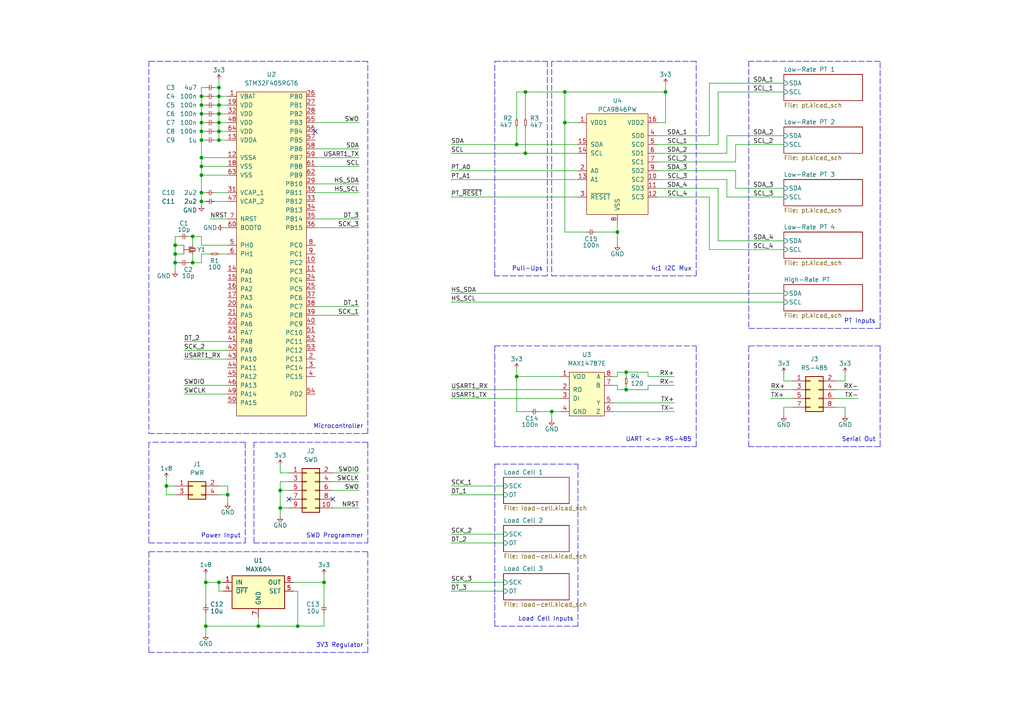
<source format=kicad_sch>
(kicad_sch (version 20211123) (generator eeschema)
  (paper "A4")
  (title_block (title "PROJECT ROYALE INSTRUMENTATION") (date "2021-11-26") (rev "2.1") (company "Cambridge University Spaceflight") (comment 1 "Drawn By Henry Franks"))
  (lib_symbols
    (symbol "cusf-kicad:GND" (power) (pin_numbers hide) (pin_names (offset 1.016) hide)
      (property "Value" "cusf-kicad_GND" (at 0 -2.54 0))
      (symbol "GND_0_1"
        (polyline (pts (xy 0 0) (xy 0 -0.762)))
        (polyline (pts (xy -0.762 -0.762) (xy 0.762 -0.762) (xy 0 -1.524) (xy -0.762 -0.762)) (fill (type background)))
      )
      (symbol "GND_1_1"
        (pin power_in line (at 0 0 180) (length 0) hide (name "GND") (number "1"))
      )
    )
    (symbol "royale:3v3" (power) (pin_numbers hide) (pin_names (offset 1.016) hide)
      (property "Value" "3v3" (at 0 2.286 0))
      (symbol "3v3_0_1"
        (polyline (pts (xy 0 1.27) (xy 0.508 0.508)))
        (polyline (pts (xy 0 0) (xy 0 1.27) (xy -0.508 0.508)))
      )
      (symbol "3v3_1_1"
        (pin power_in line (at 0 0 180) (length 0) hide (name "3v3") (number "1"))
      )
    )
    (symbol "royale:5v" (power) (pin_numbers hide) (pin_names (offset 1.016) hide)
      (property "Value" "5v" (at 0 2.286 0))
      (symbol "5v_0_1"
        (polyline (pts (xy 0 1.27) (xy 0.508 0.508)))
        (polyline (pts (xy 0 0) (xy 0 1.27) (xy -0.508 0.508)))
      )
      (symbol "5v_1_1"
        (pin power_in line (at 0 0 180) (length 0) hide (name "1v8") (number "1"))
      )
    )
    (symbol "royale:C" (pin_numbers hide) (pin_names (offset 1.016) hide)
      (property "Reference" "C" (at 1.27 1.778 0))
      (property "Value" "C" (at 1.27 -1.778 0))
      (symbol "C_0_1"
        (polyline (pts (xy 1.016 0.762) (xy 1.016 -0.762)))
        (polyline (pts (xy 1.524 0.762) (xy 1.524 -0.762)))
      )
      (symbol "C_1_1"
        (pin passive line (at 0 0 0) (length 1.016) (name "~") (number "1"))
        (pin passive line (at 2.54 0 180) (length 1.016) (name "~") (number "2"))
      )
    )
    (symbol "royale:Conn_02x02" (pin_names (offset 1.016) hide)
      (property "Reference" "J" (at 1.27 2.54 0))
      (property "Value" "Conn_02x02" (at 1.27 -5.08 0))
      (symbol "Conn_02x02_1_1"
        (rectangle (start -1.27 -2.413) (end 0 -2.667) (stroke (width 0.1524)))
        (rectangle (start -1.27 0.127) (end 0 -0.127) (stroke (width 0.1524)))
        (rectangle (start -1.27 1.27) (end 3.81 -3.81) (stroke (width 0.254)) (fill (type background)))
        (rectangle (start 3.81 -2.413) (end 2.54 -2.667) (stroke (width 0.1524)))
        (rectangle (start 3.81 0.127) (end 2.54 -0.127) (stroke (width 0.1524)))
        (pin passive line (at -5.08 0 0) (length 3.81) (name "Pin_1") (number "1"))
        (pin passive line (at 7.62 0 180) (length 3.81) (name "Pin_2") (number "2"))
        (pin passive line (at -5.08 -2.54 0) (length 3.81) (name "Pin_3") (number "3"))
        (pin passive line (at 7.62 -2.54 180) (length 3.81) (name "Pin_4") (number "4"))
      )
    )
    (symbol "royale:Conn_02x04" (pin_names (offset 1.016) hide)
      (property "Reference" "J" (at 1.27 5.08 0))
      (property "Value" "Conn_02x04" (at 1.27 -7.62 0))
      (symbol "Conn_02x04_1_1"
        (rectangle (start -1.27 -4.953) (end 0 -5.207) (stroke (width 0.1524)))
        (rectangle (start -1.27 -2.413) (end 0 -2.667) (stroke (width 0.1524)))
        (rectangle (start -1.27 0.127) (end 0 -0.127) (stroke (width 0.1524)))
        (rectangle (start -1.27 2.667) (end 0 2.413) (stroke (width 0.1524)))
        (rectangle (start -1.27 3.81) (end 3.81 -6.35) (stroke (width 0.254)) (fill (type background)))
        (rectangle (start 3.81 -4.953) (end 2.54 -5.207) (stroke (width 0.1524)))
        (rectangle (start 3.81 -2.413) (end 2.54 -2.667) (stroke (width 0.1524)))
        (rectangle (start 3.81 0.127) (end 2.54 -0.127) (stroke (width 0.1524)))
        (rectangle (start 3.81 2.667) (end 2.54 2.413) (stroke (width 0.1524)))
        (pin passive line (at -5.08 2.54 0) (length 3.81) (name "Pin_1") (number "1"))
        (pin passive line (at 7.62 2.54 180) (length 3.81) (name "Pin_2") (number "2"))
        (pin passive line (at -5.08 0 0) (length 3.81) (name "Pin_3") (number "3"))
        (pin passive line (at 7.62 0 180) (length 3.81) (name "Pin_4") (number "4"))
        (pin passive line (at -5.08 -2.54 0) (length 3.81) (name "Pin_5") (number "5"))
        (pin passive line (at 7.62 -2.54 180) (length 3.81) (name "Pin_6") (number "6"))
        (pin passive line (at -5.08 -5.08 0) (length 3.81) (name "Pin_7") (number "7"))
        (pin passive line (at 7.62 -5.08 180) (length 3.81) (name "Pin_8") (number "8"))
      )
    )
    (symbol "royale:Conn_02x05" (pin_names (offset 1.016) hide)
      (property "Reference" "J" (at 1.27 7.62 0))
      (property "Value" "Conn_02x05" (at 1.27 -7.62 0))
      (symbol "Conn_02x05_1_1"
        (rectangle (start -1.27 -4.953) (end 0 -5.207) (stroke (width 0.1524)))
        (rectangle (start -1.27 -2.413) (end 0 -2.667) (stroke (width 0.1524)))
        (rectangle (start -1.27 0.127) (end 0 -0.127) (stroke (width 0.1524)))
        (rectangle (start -1.27 2.667) (end 0 2.413) (stroke (width 0.1524)))
        (rectangle (start -1.27 5.207) (end 0 4.953) (stroke (width 0.1524)))
        (rectangle (start -1.27 6.35) (end 3.81 -6.35) (stroke (width 0.254)) (fill (type background)))
        (rectangle (start 3.81 -4.953) (end 2.54 -5.207) (stroke (width 0.1524)))
        (rectangle (start 3.81 -2.413) (end 2.54 -2.667) (stroke (width 0.1524)))
        (rectangle (start 3.81 0.127) (end 2.54 -0.127) (stroke (width 0.1524)))
        (rectangle (start 3.81 2.667) (end 2.54 2.413) (stroke (width 0.1524)))
        (rectangle (start 3.81 5.207) (end 2.54 4.953) (stroke (width 0.1524)))
        (pin passive line (at -5.08 5.08 0) (length 3.81) (name "Pin_1") (number "1"))
        (pin passive line (at 7.62 -5.08 180) (length 3.81) (name "Pin_10") (number "10"))
        (pin passive line (at 7.62 5.08 180) (length 3.81) (name "Pin_2") (number "2"))
        (pin passive line (at -5.08 2.54 0) (length 3.81) (name "Pin_3") (number "3"))
        (pin passive line (at 7.62 2.54 180) (length 3.81) (name "Pin_4") (number "4"))
        (pin passive line (at -5.08 0 0) (length 3.81) (name "Pin_5") (number "5"))
        (pin passive line (at 7.62 0 180) (length 3.81) (name "Pin_6") (number "6"))
        (pin passive line (at -5.08 -2.54 0) (length 3.81) (name "Pin_7") (number "7"))
        (pin passive line (at 7.62 -2.54 180) (length 3.81) (name "Pin_8") (number "8"))
        (pin passive line (at -5.08 -5.08 0) (length 3.81) (name "Pin_9") (number "9"))
      )
    )
    (symbol "royale:GND" (power) (pin_numbers hide) (pin_names (offset 1.016) hide)
      (property "Value" "GND" (at 0 -2.54 0))
      (symbol "GND_0_1"
        (polyline (pts (xy 0 0) (xy 0 -0.762)))
        (polyline (pts (xy -0.762 -0.762) (xy 0.762 -0.762) (xy 0 -1.524) (xy -0.762 -0.762)) (fill (type background)))
      )
      (symbol "GND_1_1"
        (pin power_in line (at 0 0 180) (length 0) hide (name "GND") (number "1"))
      )
    )
    (symbol "royale:MAX14787E" (pin_names (offset 1.016))
      (property "Reference" "U" (at -5.08 7.62 0))
      (property "Value" "MAX14787E" (at -5.08 -7.62 0))
      (symbol "MAX14787E_0_0"
        (pin power_in line (at -7.62 5.08 0) (length 2.54) (name "VDD") (number "1"))
        (pin output line (at -7.62 1.27 0) (length 2.54) (name "RO") (number "2"))
        (pin input line (at -7.62 -1.27 0) (length 2.54) (name "DI") (number "3"))
        (pin power_in line (at -7.62 -5.08 0) (length 2.54) (name "GND") (number "4"))
        (pin output line (at 7.62 -2.54 180) (length 2.54) (name "Y") (number "5"))
        (pin output line (at 7.62 -5.08 180) (length 2.54) (name "Z") (number "6"))
        (pin input line (at 7.62 2.54 180) (length 2.54) (name "B") (number "7"))
        (pin input line (at 7.62 5.08 180) (length 2.54) (name "A") (number "8"))
      )
      (symbol "MAX14787E_0_1"
        (rectangle (start -5.08 6.35) (end 5.08 -6.35) (fill (type background)))
      )
    )
    (symbol "royale:MAX604" (pin_names (offset 1.016))
      (property "Reference" "U" (at -6.35 5.715 0))
      (property "Value" "MAX604" (at 0 5.715 0))
      (symbol "MAX604_0_1"
        (rectangle (start -7.62 4.445) (end 7.62 -5.08) (stroke (width 0.254)) (fill (type background)))
      )
      (symbol "MAX604_1_1"
        (pin power_in line (at -10.16 2.54 0) (length 2.54) (name "IN") (number "1"))
        (pin passive line (at 0 -7.62 90) (length 2.54) hide (name "GND") (number "2"))
        (pin passive line (at 0 -7.62 90) (length 2.54) hide (name "GND") (number "3"))
        (pin input line (at -10.16 0 0) (length 2.54) (name "~{OFF}") (number "4"))
        (pin passive line (at 10.16 0 180) (length 2.54) (name "SET") (number "5"))
        (pin passive line (at 0 -7.62 90) (length 2.54) hide (name "GND") (number "6"))
        (pin power_in line (at 0 -7.62 90) (length 2.54) (name "GND") (number "7"))
        (pin power_out line (at 10.16 2.54 180) (length 2.54) (name "OUT") (number "8"))
      )
    )
    (symbol "royale:PCA9846PW" (pin_names (offset 1.016))
      (property "Reference" "U" (at 0 19.05 0))
      (property "Value" "PCA9846PW" (at 0 16.51 0))
      (symbol "PCA9846PW_0_0"
        (pin power_in line (at -11.43 12.7 0) (length 2.54) (name "VDD1") (number "1"))
        (pin output line (at 11.43 -3.81 180) (length 2.54) (name "SC2") (number "10"))
        (pin bidirectional line (at 11.43 -6.35 180) (length 2.54) (name "SD3") (number "11"))
        (pin output line (at 11.43 -8.89 180) (length 2.54) (name "SC3") (number "12"))
        (pin input line (at -11.43 -3.81 0) (length 2.54) (name "A1") (number "13"))
        (pin input line (at -11.43 3.81 0) (length 2.54) (name "SCL") (number "14"))
        (pin bidirectional line (at -11.43 6.35 0) (length 2.54) (name "SDA") (number "15"))
        (pin power_in line (at 11.43 12.7 180) (length 2.54) (name "VDD2") (number "16"))
        (pin input line (at -11.43 -1.27 0) (length 2.54) (name "A0") (number "2"))
        (pin input line (at -11.43 -8.89 0) (length 2.54) (name "~{RESET}") (number "3"))
        (pin bidirectional line (at 11.43 8.89 180) (length 2.54) (name "SD0") (number "4"))
        (pin output line (at 11.43 6.35 180) (length 2.54) (name "SC0") (number "5"))
        (pin bidirectional line (at 11.43 3.81 180) (length 2.54) (name "SD1") (number "6"))
        (pin output line (at 11.43 1.27 180) (length 2.54) (name "SC1") (number "7"))
        (pin power_in line (at 0 -16.51 90) (length 2.54) (name "VSS") (number "8"))
        (pin bidirectional line (at 11.43 -1.27 180) (length 2.54) (name "SD2") (number "9"))
      )
      (symbol "PCA9846PW_0_1"
        (rectangle (start -8.89 15.24) (end 8.89 -13.97) (fill (type background)))
      )
    )
    (symbol "royale:R" (pin_numbers hide) (pin_names (offset 1.016) hide)
      (property "Reference" "R" (at 1.27 1.27 0))
      (property "Value" "R" (at 1.27 -1.27 0))
      (symbol "R_0_1"
        (rectangle (start 0.508 0.254) (end 2.032 -0.254) (fill (type background)))
      )
      (symbol "R_1_1"
        (pin passive line (at 0 0 0) (length 0.508) (name "~") (number "1"))
        (pin passive line (at 2.54 0 180) (length 0.508) (name "~") (number "2"))
      )
    )
    (symbol "royale:SMD_XTAL" (pin_numbers hide) (pin_names (offset 1.016) hide)
      (property "Reference" "Y" (at 1.27 1.778 0))
      (property "Value" "SMD_XTAL" (at 1.27 -3.81 0))
      (symbol "SMD_XTAL_0_1"
        (polyline (pts (xy 0.762 0.762) (xy 0.762 -0.762)))
        (polyline (pts (xy 1.27 -1.016) (xy 1.27 -2.54)))
        (polyline (pts (xy 1.778 -0.762) (xy 1.778 0.762)))
        (polyline (pts (xy 0.508 -0.254) (xy 0.508 -1.016) (xy 2.032 -1.016) (xy 2.032 -0.254)))
        (rectangle (start 1.016 0.762) (end 1.524 -0.762) (fill (type background)))
      )
      (symbol "SMD_XTAL_1_1"
        (pin passive line (at 0 0 0) (length 0.762) (name "1") (number "1"))
        (pin passive line (at 0 -2.54 0) (length 1.27) (name "2") (number "2"))
        (pin passive line (at 2.54 0 180) (length 0.762) (name "3") (number "3"))
        (pin passive line (at 2.54 -2.54 180) (length 1.27) (name "4") (number "4"))
      )
    )
    (symbol "royale:STM32F405RGT6" (pin_names (offset 1.016))
      (property "Reference" "U" (at -10.16 48.26 0))
      (property "Value" "STM32F405RGT6" (at -10.16 -48.26 0))
      (symbol "STM32F405RGT6_0_0"
        (pin power_in line (at -12.7 45.72 0) (length 2.54) (name "VBAT") (number "1"))
        (pin bidirectional line (at 12.7 -2.54 180) (length 2.54) (name "PC2") (number "10"))
        (pin bidirectional line (at 12.7 -5.08 180) (length 2.54) (name "PC3") (number "11"))
        (pin power_in line (at -12.7 27.94 0) (length 2.54) (name "VSSA") (number "12"))
        (pin power_in line (at -12.7 33.02 0) (length 2.54) (name "VDDA") (number "13"))
        (pin bidirectional line (at -12.7 -5.08 0) (length 2.54) (name "PA0") (number "14"))
        (pin bidirectional line (at -12.7 -7.62 0) (length 2.54) (name "PA1") (number "15"))
        (pin bidirectional line (at -12.7 -10.16 0) (length 2.54) (name "PA2") (number "16"))
        (pin bidirectional line (at -12.7 -12.7 0) (length 2.54) (name "PA3") (number "17"))
        (pin power_in line (at -12.7 25.4 0) (length 2.54) (name "VSS") (number "18"))
        (pin power_in line (at -12.7 43.18 0) (length 2.54) (name "VDD") (number "19"))
        (pin bidirectional line (at 12.7 -30.48 180) (length 2.54) (name "PC13") (number "2"))
        (pin bidirectional line (at -12.7 -15.24 0) (length 2.54) (name "PA4") (number "20"))
        (pin bidirectional line (at -12.7 -17.78 0) (length 2.54) (name "PA5") (number "21"))
        (pin bidirectional line (at -12.7 -20.32 0) (length 2.54) (name "PA6") (number "22"))
        (pin bidirectional line (at -12.7 -22.86 0) (length 2.54) (name "PA7") (number "23"))
        (pin bidirectional line (at 12.7 -7.62 180) (length 2.54) (name "PC4") (number "24"))
        (pin bidirectional line (at 12.7 -10.16 180) (length 2.54) (name "PC5") (number "25"))
        (pin bidirectional line (at 12.7 45.72 180) (length 2.54) (name "PB0") (number "26"))
        (pin bidirectional line (at 12.7 43.18 180) (length 2.54) (name "PB1") (number "27"))
        (pin bidirectional line (at 12.7 40.64 180) (length 2.54) (name "PB2") (number "28"))
        (pin bidirectional line (at 12.7 20.32 180) (length 2.54) (name "PB10") (number "29"))
        (pin bidirectional line (at 12.7 -33.02 180) (length 2.54) (name "PC14") (number "3"))
        (pin bidirectional line (at 12.7 17.78 180) (length 2.54) (name "PB11") (number "30"))
        (pin passive line (at -12.7 17.78 0) (length 2.54) (name "VCAP_1") (number "31"))
        (pin power_in line (at -12.7 40.64 0) (length 2.54) (name "VDD") (number "32"))
        (pin bidirectional line (at 12.7 15.24 180) (length 2.54) (name "PB12") (number "33"))
        (pin bidirectional line (at 12.7 12.7 180) (length 2.54) (name "PB13") (number "34"))
        (pin bidirectional line (at 12.7 10.16 180) (length 2.54) (name "PB14") (number "35"))
        (pin bidirectional line (at 12.7 7.62 180) (length 2.54) (name "PB15") (number "36"))
        (pin bidirectional line (at 12.7 -12.7 180) (length 2.54) (name "PC6") (number "37"))
        (pin bidirectional line (at 12.7 -15.24 180) (length 2.54) (name "PC7") (number "38"))
        (pin bidirectional line (at 12.7 -17.78 180) (length 2.54) (name "PC8") (number "39"))
        (pin bidirectional line (at 12.7 -35.56 180) (length 2.54) (name "PC15") (number "4"))
        (pin bidirectional line (at 12.7 -20.32 180) (length 2.54) (name "PC9") (number "40"))
        (pin bidirectional line (at -12.7 -25.4 0) (length 2.54) (name "PA8") (number "41"))
        (pin bidirectional line (at -12.7 -27.94 0) (length 2.54) (name "PA9") (number "42"))
        (pin bidirectional line (at -12.7 -30.48 0) (length 2.54) (name "PA10") (number "43"))
        (pin bidirectional line (at -12.7 -33.02 0) (length 2.54) (name "PA11") (number "44"))
        (pin bidirectional line (at -12.7 -35.56 0) (length 2.54) (name "PA12") (number "45"))
        (pin bidirectional line (at -12.7 -38.1 0) (length 2.54) (name "PA13") (number "46"))
        (pin passive line (at -12.7 15.24 0) (length 2.54) (name "VCAP_2") (number "47"))
        (pin power_in line (at -12.7 38.1 0) (length 2.54) (name "VDD") (number "48"))
        (pin bidirectional line (at -12.7 -40.64 0) (length 2.54) (name "PA14") (number "49"))
        (pin bidirectional line (at -12.7 2.54 0) (length 2.54) (name "PH0") (number "5"))
        (pin bidirectional line (at -12.7 -43.18 0) (length 2.54) (name "PA15") (number "50"))
        (pin bidirectional line (at 12.7 -22.86 180) (length 2.54) (name "PC10") (number "51"))
        (pin bidirectional line (at 12.7 -25.4 180) (length 2.54) (name "PC11") (number "52"))
        (pin bidirectional line (at 12.7 -27.94 180) (length 2.54) (name "PC12") (number "53"))
        (pin bidirectional line (at 12.7 -40.64 180) (length 2.54) (name "PD2") (number "54"))
        (pin bidirectional line (at 12.7 38.1 180) (length 2.54) (name "PB3") (number "55"))
        (pin bidirectional line (at 12.7 35.56 180) (length 2.54) (name "PB4") (number "56"))
        (pin bidirectional line (at 12.7 33.02 180) (length 2.54) (name "PB5") (number "57"))
        (pin bidirectional line (at 12.7 30.48 180) (length 2.54) (name "PB6") (number "58"))
        (pin bidirectional line (at 12.7 27.94 180) (length 2.54) (name "PB7") (number "59"))
        (pin bidirectional line (at -12.7 0 0) (length 2.54) (name "PH1") (number "6"))
        (pin input line (at -12.7 7.62 0) (length 2.54) (name "BOOT0") (number "60"))
        (pin bidirectional line (at 12.7 25.4 180) (length 2.54) (name "PB8") (number "61"))
        (pin bidirectional line (at 12.7 22.86 180) (length 2.54) (name "PB9") (number "62"))
        (pin power_in line (at -12.7 22.86 0) (length 2.54) (name "VSS") (number "63"))
        (pin power_in line (at -12.7 35.56 0) (length 2.54) (name "VDD") (number "64"))
        (pin input line (at -12.7 10.16 0) (length 2.54) (name "NRST") (number "7"))
        (pin bidirectional line (at 12.7 2.54 180) (length 2.54) (name "PC0") (number "8"))
        (pin bidirectional line (at 12.7 0 180) (length 2.54) (name "PC1") (number "9"))
      )
      (symbol "STM32F405RGT6_0_1"
        (rectangle (start -10.16 46.99) (end 10.16 -46.99) (fill (type background)))
      )
    )
  )
  (junction (at 58.42 30.48))
  (junction (at 58.42 58.42))
  (junction (at 48.26 140.97))
  (junction (at 63.5 33.02))
  (junction (at 181.61 107.95))
  (junction (at 86.36 181.61))
  (junction (at 63.5 168.91))
  (junction (at 58.42 50.8))
  (junction (at 179.07 67.31))
  (junction (at 63.5 40.64))
  (junction (at 193.04 26.67))
  (junction (at 58.42 27.94))
  (junction (at 152.4 26.67))
  (junction (at 163.83 35.56))
  (junction (at 50.8 71.12))
  (junction (at 50.8 76.2))
  (junction (at 74.93 181.61))
  (junction (at 58.42 35.56))
  (junction (at 59.69 168.91))
  (junction (at 152.4 44.45))
  (junction (at 58.42 38.1))
  (junction (at 58.42 48.26))
  (junction (at 58.42 40.64))
  (junction (at 58.42 55.88))
  (junction (at 160.02 119.38))
  (junction (at 58.42 45.72))
  (junction (at 55.88 68.58))
  (junction (at 81.28 147.32))
  (junction (at 50.8 73.66))
  (junction (at 55.88 76.2))
  (junction (at 163.83 26.67))
  (junction (at 149.86 41.91))
  (junction (at 93.98 168.91))
  (junction (at 63.5 27.94))
  (junction (at 181.61 113.03))
  (junction (at 81.28 142.24))
  (junction (at 63.5 35.56))
  (junction (at 63.5 38.1))
  (junction (at 58.42 33.02))
  (junction (at 66.04 143.51))
  (junction (at 59.69 181.61))
  (junction (at 63.5 25.4))
  (junction (at 63.5 30.48))
  (junction (at 149.86 109.22))
  (no_connect (at 96.52 144.78))
  (no_connect (at 91.44 38.1))
  (no_connect (at 83.82 144.78))
  (wire (pts (xy 86.36 171.45) (xy 86.36 181.61)))
  (polyline (pts (xy 255.27 95.25) (xy 255.27 17.78)))
  (wire (pts (xy 187.96 113.03) (xy 187.96 111.76)))
  (wire (pts (xy 58.42 27.94) (xy 58.42 30.48)))
  (wire (pts (xy 74.93 179.07) (xy 74.93 181.61)))
  (wire (pts (xy 162.56 115.57) (xy 130.81 115.57)))
  (wire (pts (xy 63.5 25.4) (xy 63.5 27.94)))
  (wire (pts (xy 62.23 33.02) (xy 63.5 33.02)))
  (wire (pts (xy 156.21 119.38) (xy 160.02 119.38)))
  (wire (pts (xy 58.42 40.64) (xy 58.42 45.72)))
  (polyline (pts (xy 43.18 17.78) (xy 43.18 125.73)))
  (wire (pts (xy 91.44 66.04) (xy 104.14 66.04)))
  (wire (pts (xy 187.96 111.76) (xy 195.58 111.76)))
  (polyline (pts (xy 255.27 17.78) (xy 217.17 17.78)))
  (wire (pts (xy 63.5 33.02) (xy 66.04 33.02)))
  (wire (pts (xy 52.07 68.58) (xy 50.8 68.58)))
  (wire (pts (xy 181.61 113.03) (xy 181.61 111.76)))
  (wire (pts (xy 93.98 175.26) (xy 93.98 168.91)))
  (wire (pts (xy 208.28 26.67) (xy 208.28 41.91)))
  (wire (pts (xy 63.5 38.1) (xy 63.5 40.64)))
  (wire (pts (xy 149.86 109.22) (xy 149.86 119.38)))
  (wire (pts (xy 193.04 35.56) (xy 193.04 26.67)))
  (wire (pts (xy 59.69 181.61) (xy 59.69 184.15)))
  (wire (pts (xy 213.36 41.91) (xy 227.33 41.91)))
  (wire (pts (xy 242.57 113.03) (xy 248.92 113.03)))
  (wire (pts (xy 205.74 24.13) (xy 205.74 39.37)))
  (wire (pts (xy 58.42 55.88) (xy 58.42 58.42)))
  (wire (pts (xy 205.74 24.13) (xy 227.33 24.13)))
  (wire (pts (xy 181.61 113.03) (xy 187.96 113.03)))
  (polyline (pts (xy 71.12 157.48) (xy 71.12 128.27)))
  (polyline (pts (xy 43.18 160.02) (xy 43.18 189.23)))
  (wire (pts (xy 63.5 38.1) (xy 66.04 38.1)))
  (wire (pts (xy 210.82 39.37) (xy 227.33 39.37)))
  (wire (pts (xy 74.93 181.61) (xy 59.69 181.61)))
  (wire (pts (xy 50.8 68.58) (xy 50.8 71.12)))
  (wire (pts (xy 48.26 143.51) (xy 50.8 143.51)))
  (wire (pts (xy 96.52 142.24) (xy 104.14 142.24)))
  (wire (pts (xy 177.8 116.84) (xy 195.58 116.84)))
  (wire (pts (xy 190.5 54.61) (xy 208.28 54.61)))
  (wire (pts (xy 149.86 36.83) (xy 149.86 41.91)))
  (wire (pts (xy 245.11 118.11) (xy 245.11 120.65)))
  (wire (pts (xy 50.8 73.66) (xy 50.8 76.2)))
  (wire (pts (xy 50.8 140.97) (xy 48.26 140.97)))
  (wire (pts (xy 58.42 38.1) (xy 58.42 40.64)))
  (wire (pts (xy 62.23 35.56) (xy 63.5 35.56)))
  (polyline (pts (xy 73.66 157.48) (xy 106.68 157.48)))
  (wire (pts (xy 179.07 109.22) (xy 177.8 109.22)))
  (wire (pts (xy 66.04 99.06) (xy 53.34 99.06)))
  (wire (pts (xy 59.69 33.02) (xy 58.42 33.02)))
  (wire (pts (xy 229.87 118.11) (xy 227.33 118.11)))
  (polyline (pts (xy 43.18 157.48) (xy 71.12 157.48)))
  (wire (pts (xy 208.28 69.85) (xy 227.33 69.85)))
  (wire (pts (xy 213.36 54.61) (xy 213.36 49.53)))
  (polyline (pts (xy 143.51 80.01) (xy 143.51 17.78)))
  (wire (pts (xy 58.42 76.2) (xy 55.88 76.2)))
  (wire (pts (xy 162.56 113.03) (xy 130.81 113.03)))
  (wire (pts (xy 59.69 181.61) (xy 59.69 177.8)))
  (polyline (pts (xy 106.68 17.78) (xy 43.18 17.78)))
  (wire (pts (xy 64.77 66.04) (xy 66.04 66.04)))
  (wire (pts (xy 190.5 52.07) (xy 210.82 52.07)))
  (polyline (pts (xy 106.68 157.48) (xy 106.68 128.27)))
  (wire (pts (xy 190.5 39.37) (xy 205.74 39.37)))
  (wire (pts (xy 190.5 41.91) (xy 208.28 41.91)))
  (wire (pts (xy 59.69 168.91) (xy 59.69 166.37)))
  (wire (pts (xy 149.86 119.38) (xy 153.67 119.38)))
  (wire (pts (xy 152.4 26.67) (xy 163.83 26.67)))
  (wire (pts (xy 66.04 101.6) (xy 53.34 101.6)))
  (wire (pts (xy 58.42 59.69) (xy 58.42 58.42)))
  (wire (pts (xy 83.82 137.16) (xy 81.28 137.16)))
  (wire (pts (xy 181.61 109.22) (xy 181.61 107.95)))
  (polyline (pts (xy 201.93 80.01) (xy 201.93 17.78)))
  (wire (pts (xy 152.4 36.83) (xy 152.4 44.45)))
  (wire (pts (xy 64.77 168.91) (xy 63.5 168.91)))
  (wire (pts (xy 167.64 35.56) (xy 163.83 35.56)))
  (wire (pts (xy 60.96 73.66) (xy 58.42 73.66)))
  (wire (pts (xy 83.82 142.24) (xy 81.28 142.24)))
  (wire (pts (xy 167.64 41.91) (xy 149.86 41.91)))
  (wire (pts (xy 62.23 27.94) (xy 63.5 27.94)))
  (wire (pts (xy 62.23 38.1) (xy 63.5 38.1)))
  (polyline (pts (xy 143.51 181.61) (xy 143.51 134.62)))
  (wire (pts (xy 66.04 114.3) (xy 53.34 114.3)))
  (wire (pts (xy 229.87 113.03) (xy 223.52 113.03)))
  (wire (pts (xy 96.52 147.32) (xy 104.14 147.32)))
  (wire (pts (xy 146.05 143.51) (xy 130.81 143.51)))
  (wire (pts (xy 179.07 113.03) (xy 181.61 113.03)))
  (wire (pts (xy 63.5 30.48) (xy 63.5 33.02)))
  (wire (pts (xy 63.5 73.66) (xy 66.04 73.66)))
  (wire (pts (xy 210.82 57.15) (xy 227.33 57.15)))
  (polyline (pts (xy 106.68 160.02) (xy 43.18 160.02)))
  (polyline (pts (xy 255.27 100.33) (xy 255.27 129.54)))
  (polyline (pts (xy 217.17 17.78) (xy 217.17 95.25)))
  (wire (pts (xy 85.09 171.45) (xy 86.36 171.45)))
  (wire (pts (xy 93.98 168.91) (xy 85.09 168.91)))
  (polyline (pts (xy 143.51 100.33) (xy 143.51 129.54)))
  (wire (pts (xy 227.33 87.63) (xy 130.81 87.63)))
  (wire (pts (xy 167.64 49.53) (xy 130.81 49.53)))
  (wire (pts (xy 227.33 110.49) (xy 227.33 107.95)))
  (wire (pts (xy 62.23 30.48) (xy 63.5 30.48)))
  (wire (pts (xy 66.04 48.26) (xy 58.42 48.26)))
  (wire (pts (xy 163.83 26.67) (xy 193.04 26.67)))
  (wire (pts (xy 58.42 33.02) (xy 58.42 35.56)))
  (polyline (pts (xy 143.51 17.78) (xy 158.75 17.78)))
  (wire (pts (xy 66.04 45.72) (xy 58.42 45.72)))
  (wire (pts (xy 81.28 142.24) (xy 81.28 147.32)))
  (wire (pts (xy 190.5 46.99) (xy 213.36 46.99)))
  (wire (pts (xy 48.26 140.97) (xy 48.26 138.43)))
  (polyline (pts (xy 106.68 128.27) (xy 73.66 128.27)))
  (wire (pts (xy 181.61 107.95) (xy 187.96 107.95)))
  (wire (pts (xy 55.88 68.58) (xy 55.88 71.12)))
  (wire (pts (xy 208.28 69.85) (xy 208.28 54.61)))
  (wire (pts (xy 91.44 48.26) (xy 104.14 48.26)))
  (wire (pts (xy 152.4 44.45) (xy 130.81 44.45)))
  (wire (pts (xy 93.98 181.61) (xy 93.98 177.8)))
  (wire (pts (xy 62.23 55.88) (xy 66.04 55.88)))
  (polyline (pts (xy 160.02 17.78) (xy 160.02 80.01)))
  (wire (pts (xy 59.69 35.56) (xy 58.42 35.56)))
  (wire (pts (xy 163.83 35.56) (xy 163.83 67.31)))
  (wire (pts (xy 91.44 35.56) (xy 104.14 35.56)))
  (polyline (pts (xy 217.17 95.25) (xy 255.27 95.25)))
  (wire (pts (xy 63.5 35.56) (xy 63.5 38.1)))
  (wire (pts (xy 91.44 88.9) (xy 104.14 88.9)))
  (wire (pts (xy 91.44 91.44) (xy 104.14 91.44)))
  (polyline (pts (xy 143.51 134.62) (xy 167.64 134.62)))
  (polyline (pts (xy 43.18 128.27) (xy 43.18 157.48)))
  (wire (pts (xy 242.57 110.49) (xy 245.11 110.49)))
  (wire (pts (xy 63.5 143.51) (xy 66.04 143.51)))
  (wire (pts (xy 91.44 53.34) (xy 104.14 53.34)))
  (wire (pts (xy 66.04 140.97) (xy 66.04 143.51)))
  (wire (pts (xy 83.82 147.32) (xy 81.28 147.32)))
  (wire (pts (xy 179.07 67.31) (xy 172.72 67.31)))
  (wire (pts (xy 242.57 118.11) (xy 245.11 118.11)))
  (wire (pts (xy 187.96 107.95) (xy 187.96 109.22)))
  (wire (pts (xy 66.04 104.14) (xy 53.34 104.14)))
  (wire (pts (xy 58.42 25.4) (xy 58.42 27.94)))
  (wire (pts (xy 96.52 137.16) (xy 104.14 137.16)))
  (wire (pts (xy 58.42 71.12) (xy 66.04 71.12)))
  (wire (pts (xy 55.88 68.58) (xy 58.42 68.58)))
  (wire (pts (xy 86.36 181.61) (xy 93.98 181.61)))
  (wire (pts (xy 229.87 115.57) (xy 223.52 115.57)))
  (wire (pts (xy 63.5 40.64) (xy 66.04 40.64)))
  (wire (pts (xy 83.82 139.7) (xy 81.28 139.7)))
  (polyline (pts (xy 167.64 134.62) (xy 167.64 181.61)))
  (wire (pts (xy 179.07 107.95) (xy 179.07 109.22)))
  (wire (pts (xy 66.04 58.42) (xy 62.23 58.42)))
  (wire (pts (xy 179.07 64.77) (xy 179.07 67.31)))
  (wire (pts (xy 59.69 30.48) (xy 58.42 30.48)))
  (wire (pts (xy 81.28 139.7) (xy 81.28 142.24)))
  (wire (pts (xy 59.69 27.94) (xy 58.42 27.94)))
  (wire (pts (xy 59.69 168.91) (xy 63.5 168.91)))
  (wire (pts (xy 63.5 27.94) (xy 66.04 27.94)))
  (wire (pts (xy 162.56 119.38) (xy 160.02 119.38)))
  (wire (pts (xy 213.36 41.91) (xy 213.36 46.99)))
  (wire (pts (xy 130.81 52.07) (xy 167.64 52.07)))
  (wire (pts (xy 179.07 111.76) (xy 179.07 113.03)))
  (polyline (pts (xy 201.93 17.78) (xy 160.02 17.78)))
  (wire (pts (xy 190.5 35.56) (xy 193.04 35.56)))
  (wire (pts (xy 63.5 33.02) (xy 63.5 35.56)))
  (wire (pts (xy 58.42 58.42) (xy 59.69 58.42)))
  (wire (pts (xy 91.44 63.5) (xy 104.14 63.5)))
  (polyline (pts (xy 158.75 17.78) (xy 158.75 80.01)))
  (polyline (pts (xy 106.68 189.23) (xy 106.68 160.02)))
  (wire (pts (xy 52.07 76.2) (xy 50.8 76.2)))
  (wire (pts (xy 149.86 26.67) (xy 152.4 26.67)))
  (wire (pts (xy 59.69 40.64) (xy 58.42 40.64)))
  (wire (pts (xy 91.44 43.18) (xy 104.14 43.18)))
  (wire (pts (xy 63.5 30.48) (xy 66.04 30.48)))
  (polyline (pts (xy 71.12 128.27) (xy 43.18 128.27)))
  (wire (pts (xy 190.5 49.53) (xy 213.36 49.53)))
  (wire (pts (xy 63.5 140.97) (xy 66.04 140.97)))
  (wire (pts (xy 62.23 25.4) (xy 63.5 25.4)))
  (wire (pts (xy 245.11 110.49) (xy 245.11 107.95)))
  (wire (pts (xy 146.05 154.94) (xy 130.81 154.94)))
  (wire (pts (xy 81.28 137.16) (xy 81.28 134.62)))
  (wire (pts (xy 146.05 168.91) (xy 130.81 168.91)))
  (polyline (pts (xy 43.18 189.23) (xy 106.68 189.23)))
  (wire (pts (xy 149.86 109.22) (xy 149.86 106.68)))
  (wire (pts (xy 74.93 181.61) (xy 86.36 181.61)))
  (wire (pts (xy 179.07 67.31) (xy 179.07 71.12)))
  (wire (pts (xy 60.96 63.5) (xy 66.04 63.5)))
  (wire (pts (xy 62.23 40.64) (xy 63.5 40.64)))
  (wire (pts (xy 59.69 38.1) (xy 58.42 38.1)))
  (polyline (pts (xy 255.27 129.54) (xy 217.17 129.54)))
  (wire (pts (xy 59.69 175.26) (xy 59.69 168.91)))
  (wire (pts (xy 208.28 26.67) (xy 227.33 26.67)))
  (wire (pts (xy 227.33 85.09) (xy 130.81 85.09)))
  (wire (pts (xy 50.8 78.74) (xy 50.8 76.2)))
  (wire (pts (xy 152.4 34.29) (xy 152.4 26.67)))
  (wire (pts (xy 187.96 109.22) (xy 195.58 109.22)))
  (wire (pts (xy 59.69 25.4) (xy 58.42 25.4)))
  (wire (pts (xy 64.77 171.45) (xy 63.5 171.45)))
  (wire (pts (xy 167.64 57.15) (xy 130.81 57.15)))
  (wire (pts (xy 177.8 111.76) (xy 179.07 111.76)))
  (wire (pts (xy 210.82 44.45) (xy 210.82 39.37)))
  (wire (pts (xy 146.05 140.97) (xy 130.81 140.97)))
  (wire (pts (xy 149.86 41.91) (xy 130.81 41.91)))
  (polyline (pts (xy 217.17 129.54) (xy 217.17 100.33)))
  (polyline (pts (xy 43.18 125.73) (xy 106.68 125.73)))
  (wire (pts (xy 54.61 68.58) (xy 55.88 68.58)))
  (polyline (pts (xy 106.68 125.73) (xy 106.68 17.78)))
  (polyline (pts (xy 158.75 80.01) (xy 143.51 80.01)))
  (wire (pts (xy 163.83 35.56) (xy 163.83 26.67)))
  (wire (pts (xy 81.28 147.32) (xy 81.28 149.86)))
  (wire (pts (xy 91.44 45.72) (xy 104.14 45.72)))
  (wire (pts (xy 58.42 30.48) (xy 58.42 33.02)))
  (polyline (pts (xy 143.51 129.54) (xy 201.93 129.54)))
  (wire (pts (xy 146.05 157.48) (xy 130.81 157.48)))
  (wire (pts (xy 55.88 76.2) (xy 55.88 73.66)))
  (wire (pts (xy 53.34 73.66) (xy 50.8 73.66)))
  (wire (pts (xy 48.26 140.97) (xy 48.26 143.51)))
  (wire (pts (xy 58.42 48.26) (xy 58.42 50.8)))
  (wire (pts (xy 63.5 171.45) (xy 63.5 168.91)))
  (wire (pts (xy 181.61 107.95) (xy 179.07 107.95)))
  (wire (pts (xy 190.5 44.45) (xy 210.82 44.45)))
  (wire (pts (xy 149.86 34.29) (xy 149.86 26.67)))
  (wire (pts (xy 93.98 168.91) (xy 93.98 166.37)))
  (polyline (pts (xy 217.17 100.33) (xy 255.27 100.33)))
  (wire (pts (xy 163.83 67.31) (xy 170.18 67.31)))
  (wire (pts (xy 229.87 110.49) (xy 227.33 110.49)))
  (polyline (pts (xy 160.02 80.01) (xy 201.93 80.01)))
  (wire (pts (xy 58.42 68.58) (xy 58.42 71.12)))
  (wire (pts (xy 162.56 109.22) (xy 149.86 109.22)))
  (polyline (pts (xy 167.64 181.61) (xy 143.51 181.61)))
  (wire (pts (xy 63.5 27.94) (xy 63.5 30.48)))
  (wire (pts (xy 63.5 35.56) (xy 66.04 35.56)))
  (wire (pts (xy 58.42 35.56) (xy 58.42 38.1)))
  (wire (pts (xy 96.52 139.7) (xy 104.14 139.7)))
  (polyline (pts (xy 143.51 100.33) (xy 201.93 100.33)))
  (wire (pts (xy 190.5 57.15) (xy 205.74 57.15)))
  (wire (pts (xy 53.34 71.12) (xy 50.8 71.12)))
  (wire (pts (xy 58.42 50.8) (xy 58.42 55.88)))
  (wire (pts (xy 227.33 118.11) (xy 227.33 120.65)))
  (wire (pts (xy 167.64 44.45) (xy 152.4 44.45)))
  (wire (pts (xy 91.44 55.88) (xy 104.14 55.88)))
  (wire (pts (xy 58.42 45.72) (xy 58.42 48.26)))
  (polyline (pts (xy 73.66 128.27) (xy 73.66 157.48)))
  (wire (pts (xy 66.04 143.51) (xy 66.04 146.05)))
  (wire (pts (xy 63.5 25.4) (xy 63.5 22.86)))
  (wire (pts (xy 160.02 119.38) (xy 160.02 121.92)))
  (wire (pts (xy 146.05 171.45) (xy 130.81 171.45)))
  (wire (pts (xy 210.82 52.07) (xy 210.82 57.15)))
  (wire (pts (xy 205.74 72.39) (xy 227.33 72.39)))
  (wire (pts (xy 193.04 26.67) (xy 193.04 24.13)))
  (wire (pts (xy 242.57 115.57) (xy 248.92 115.57)))
  (wire (pts (xy 58.42 50.8) (xy 66.04 50.8)))
  (wire (pts (xy 205.74 57.15) (xy 205.74 72.39)))
  (wire (pts (xy 50.8 71.12) (xy 50.8 73.66)))
  (wire (pts (xy 66.04 111.76) (xy 53.34 111.76)))
  (wire (pts (xy 58.42 73.66) (xy 58.42 76.2)))
  (wire (pts (xy 177.8 119.38) (xy 195.58 119.38)))
  (wire (pts (xy 213.36 54.61) (xy 227.33 54.61)))
  (wire (pts (xy 59.69 55.88) (xy 58.42 55.88)))
  (polyline (pts (xy 201.93 129.54) (xy 201.93 100.33)))
  (wire (pts (xy 54.61 76.2) (xy 55.88 76.2)))
  (text "Microcontroller" (at 105.41 124.46 180) (effects (font (size 1.27 1.27)) (justify right bottom)))
  (text "SWD Programmer" (at 105.41 156.21 180) (effects (font (size 1.27 1.27)) (justify right bottom)))
  (text "3V3 Regulator" (at 105.41 187.96 180) (effects (font (size 1.27 1.27)) (justify right bottom)))
  (text "Pull-Ups" (at 157.48 78.74 180) (effects (font (size 1.27 1.27)) (justify right bottom)))
  (text "UART <-> RS-485" (at 200.66 128.27 180) (effects (font (size 1.27 1.27)) (justify right bottom)))
  (text "Power Input" (at 69.85 156.21 180) (effects (font (size 1.27 1.27)) (justify right bottom)))
  (text "PT Inputs" (at 254 93.98 180) (effects (font (size 1.27 1.27)) (justify right bottom)))
  (text "Serial Out" (at 254 128.27 180) (effects (font (size 1.27 1.27)) (justify right bottom)))
  (text "Load Cell Inputs" (at 166.37 180.34 180) (effects (font (size 1.27 1.27)) (justify right bottom)))
  (text "4:1 I2C Mux" (at 200.66 78.74 180) (effects (font (size 1.27 1.27)) (justify right bottom)))
  (label "SCL" (at 104.14 48.26 180))
  (label "SCK_3" (at 130.81 168.91 0))
  (label "SDA_2" (at 199.39 44.45 180))
  (label "SCL_2" (at 218.44 41.91 0))
  (label "HS_SCL" (at 130.81 87.63 0))
  (label "SCL_1" (at 199.39 41.91 180))
  (label "RX+" (at 223.52 113.03 0))
  (label "SDA" (at 130.81 41.91 0))
  (label "SWCLK" (at 53.34 114.3 0))
  (label "SDA_3" (at 199.39 49.53 180))
  (label "SCL_4" (at 199.39 57.15 180))
  (label "SDA_4" (at 218.44 69.85 0))
  (label "SWDIO" (at 53.34 111.76 0))
  (label "DT_3" (at 130.81 171.45 0))
  (label "SDA_1" (at 218.44 24.13 0))
  (label "TX-" (at 195.58 119.38 180))
  (label "USART1_TX" (at 104.14 45.72 180))
  (label "SDA_4" (at 199.39 54.61 180))
  (label "USART1_RX" (at 130.81 113.03 0))
  (label "RX-" (at 248.92 113.03 180))
  (label "SCL_4" (at 218.44 72.39 0))
  (label "SCK_2" (at 130.81 154.94 0))
  (label "DT_3" (at 104.14 63.5 180))
  (label "NRST" (at 104.14 147.32 180))
  (label "NRST" (at 60.96 63.5 0))
  (label "HS_SDA" (at 130.81 85.09 0))
  (label "TX+" (at 223.52 115.57 0))
  (label "SDA" (at 104.14 43.18 180))
  (label "TX-" (at 248.92 115.57 180))
  (label "SCK_2" (at 53.34 101.6 0))
  (label "USART1_RX" (at 53.34 104.14 0))
  (label "SCL_3" (at 218.44 57.15 0))
  (label "SWO" (at 104.14 35.56 180))
  (label "SWCLK" (at 104.14 139.7 180))
  (label "DT_2" (at 130.81 157.48 0))
  (label "PT_~{RESET}" (at 130.81 57.15 0))
  (label "SCL_2" (at 199.39 46.99 180))
  (label "RX-" (at 195.58 111.76 180))
  (label "DT_1" (at 130.81 143.51 0))
  (label "USART1_TX" (at 130.81 115.57 0))
  (label "SWO" (at 104.14 142.24 180))
  (label "SCL_3" (at 199.39 52.07 180))
  (label "PT_A0" (at 130.81 49.53 0))
  (label "TX+" (at 195.58 116.84 180))
  (label "SCL" (at 130.81 44.45 0))
  (label "DT_1" (at 104.14 88.9 180))
  (label "SCL_1" (at 218.44 26.67 0))
  (label "SDA_1" (at 199.39 39.37 180))
  (label "SCK_1" (at 130.81 140.97 0))
  (label "SCK_3" (at 104.14 66.04 180))
  (label "SDA_2" (at 218.44 39.37 0))
  (label "HS_SCL" (at 104.14 55.88 180))
  (label "HS_SDA" (at 104.14 53.34 180))
  (label "SCK_1" (at 104.14 91.44 180))
  (label "RX+" (at 195.58 109.22 180))
  (label "DT_2" (at 53.34 99.06 0))
  (label "SWDIO" (at 104.14 137.16 180))
  (label "PT_A1" (at 130.81 52.07 0))
  (label "SDA_3" (at 218.44 54.61 0))
  (symbol (lib_id "royale:STM32F405RGT6") (at 78.74 73.66 0) (unit 1)
    (property "Reference" "U2" (at 78.74 21.59 0))
    (property "Value" "STM32F405RGT6" (at 78.74 24.13 0))
    (property "Footprint" "cusf:LQFP-64" (effects hide))
    (property "Datasheet" "http://www.st.com/st-web-ui/static/active/en/resource/technical/document/datasheet/DM00037051.pdf" (effects hide))
    (property "Farnell" "2064363" (effects hide))
  )
  (symbol (lib_id "royale:C") (at 59.69 27.94 0) (unit 1)
    (property "Reference" "C4" (at 50.8 27.94 0) (effects (justify right)))
    (property "Value" "100n" (at 57.15 27.94 0) (effects (justify right)))
    (property "Footprint" "royale:C_0402_1005Metric_Pad0.74x0.62mm_HandSolder" (effects hide))
    (property "Farnell" "9402047" (effects hide))
  )
  (symbol (lib_id "royale:C") (at 59.69 30.48 0) (unit 1)
    (property "Reference" "C5" (at 50.8 30.48 0) (effects (justify right)))
    (property "Value" "100n" (at 57.15 30.48 0) (effects (justify right)))
    (property "Footprint" "royale:C_0402_1005Metric_Pad0.74x0.62mm_HandSolder" (effects hide))
    (property "Farnell" "9402047" (effects hide))
  )
  (symbol (lib_id "royale:C") (at 59.69 33.02 0) (unit 1)
    (property "Reference" "C6" (at 50.8 33.02 0) (effects (justify right)))
    (property "Value" "100n" (at 57.15 33.02 0) (effects (justify right)))
    (property "Footprint" "royale:C_0402_1005Metric_Pad0.74x0.62mm_HandSolder" (effects hide))
    (property "Farnell" "9402047" (effects hide))
  )
  (symbol (lib_id "royale:C") (at 59.69 35.56 0) (unit 1)
    (property "Reference" "C7" (at 50.8 35.56 0) (effects (justify right)))
    (property "Value" "100n" (at 57.15 35.56 0) (effects (justify right)))
    (property "Footprint" "royale:C_0402_1005Metric_Pad0.74x0.62mm_HandSolder" (effects hide))
    (property "Farnell" "9402047" (effects hide))
  )
  (symbol (lib_id "royale:C") (at 59.69 38.1 0) (unit 1)
    (property "Reference" "C8" (at 50.8 38.1 0) (effects (justify right)))
    (property "Value" "100n" (at 57.15 38.1 0) (effects (justify right)))
    (property "Footprint" "royale:C_0402_1005Metric_Pad0.74x0.62mm_HandSolder" (effects hide))
    (property "Farnell" "9402047" (effects hide))
  )
  (symbol (lib_id "royale:C") (at 59.69 40.64 0) (unit 1)
    (property "Reference" "C9" (at 50.8 40.64 0) (effects (justify right)))
    (property "Value" "1u" (at 57.15 40.64 0) (effects (justify right)))
    (property "Footprint" "royale:C_0402_1005Metric_Pad0.74x0.62mm_HandSolder" (effects hide))
    (property "Farnell" "1458896" (effects hide))
  )
  (symbol (lib_id "royale:C") (at 59.69 25.4 0) (unit 1)
    (property "Reference" "C3" (at 50.8 25.4 0) (effects (justify right)))
    (property "Value" "4u7" (at 57.15 25.4 0) (effects (justify right)))
    (property "Footprint" "royale:C_0402_1005Metric_Pad0.74x0.62mm_HandSolder" (effects hide))
    (property "Farnell" "2426952" (effects hide))
  )
  (symbol (lib_id "royale:3v3") (at 63.5 22.86 0) (unit 1)
    (property "Reference" "#PWR06" (effects hide))
    (property "Value" "3v3" (at 63.5 20.32 0))
  )
  (symbol (lib_id "royale:SMD_XTAL") (at 55.88 71.12 270) (unit 1)
    (property "Reference" "Y1" (at 57.15 72.39 90) (effects (justify left)))
    (property "Value" "SMD_XTAL" (effects hide))
    (property "Footprint" "cusf:XTAL-20x16" (effects hide))
    (property "Farnell" "2506952" (effects hide))
  )
  (symbol (lib_id "royale:C") (at 52.07 68.58 0) (unit 1)
    (property "Reference" "C1" (at 53.34 64.77 0))
    (property "Value" "10p" (at 53.34 67.31 0) (effects (justify bottom)))
    (property "Footprint" "royale:C_0402_1005Metric_Pad0.74x0.62mm_HandSolder" (effects hide))
    (property "Farnell" "2494183" (effects hide))
  )
  (symbol (lib_id "royale:C") (at 52.07 76.2 0) (mirror x) (unit 1)
    (property "Reference" "C2" (at 54.61 77.47 0) (effects (justify bottom)))
    (property "Value" "10p" (at 54.61 80.01 0))
    (property "Footprint" "royale:C_0402_1005Metric_Pad0.74x0.62mm_HandSolder" (effects hide))
    (property "Farnell" "2494183" (effects hide))
  )
  (symbol (lib_id "cusf-kicad:GND") (at 50.8 78.74 0) (unit 1)
    (property "Reference" "#PWR02" (effects hide))
    (property "Value" "GND" (at 49.53 80.01 0) (effects (justify right)))
  )
  (symbol (lib_id "cusf-kicad:GND") (at 64.77 66.04 270) (unit 1)
    (property "Reference" "#PWR07" (effects hide))
    (property "Value" "GND" (at 60.96 66.04 90))
  )
  (symbol (lib_id "royale:C") (at 59.69 55.88 0) (unit 1)
    (property "Reference" "C10" (at 50.8 55.88 0) (effects (justify right)))
    (property "Value" "2u2" (at 57.15 55.88 0) (effects (justify right)))
    (property "Footprint" "royale:C_0402_1005Metric_Pad0.74x0.62mm_HandSolder" (effects hide))
    (property "Farnell" "2672111" (effects hide))
  )
  (symbol (lib_id "royale:C") (at 59.69 58.42 0) (unit 1)
    (property "Reference" "C11" (at 50.8 58.42 0) (effects (justify right)))
    (property "Value" "2u2" (at 57.15 58.42 0) (effects (justify right)))
    (property "Footprint" "royale:C_0402_1005Metric_Pad0.74x0.62mm_HandSolder" (effects hide))
    (property "Farnell" "2672111" (effects hide))
  )
  (symbol (lib_id "royale:R") (at 60.96 73.66 0) (unit 1)
    (property "Reference" "R1" (at 62.23 74.93 0) (effects (justify top)))
    (property "Value" "100" (at 62.23 77.47 0))
    (property "Footprint" "royale:R_0402_1005Metric_Pad0.72x0.64mm_HandSolder" (effects hide))
    (property "Farnell" "2447095" (effects hide))
  )
  (symbol (lib_id "royale:MAX14787E") (at 170.18 114.3 0) (unit 1)
    (property "Reference" "U3" (at 170.18 102.87 0))
    (property "Value" "MAX14787E" (at 170.18 105.41 0))
    (property "Footprint" "Strix:MAX14787E" (effects hide))
    (property "Datasheet" "https://datasheets.maximintegrated.com/en/ds/MAX14784E-MAX14789E.pdf" (effects hide))
    (property "Farnell" "2528531" (effects hide))
  )
  (symbol (lib_id "royale:GND") (at 160.02 121.92 0) (unit 1)
    (property "Reference" "#PWR013" (effects hide))
    (property "Value" "GND" (at 160.02 124.46 0))
  )
  (symbol (lib_id "royale:5v") (at 48.26 138.43 0) (mirror y) (unit 1)
    (property "Reference" "#PWR01" (effects hide))
    (property "Value" "5v" (at 48.26 135.89 0))
  )
  (symbol (lib_id "royale:GND") (at 66.04 146.05 0) (unit 1)
    (property "Reference" "#PWR08" (effects hide))
    (property "Value" "GND" (at 66.04 148.59 0))
  )
  (symbol (lib_id "royale:MAX604") (at 74.93 171.45 0) (unit 1)
    (property "Reference" "U1" (at 74.93 162.56 0))
    (property "Value" "MAX604" (at 74.93 165.1 0))
    (property "Footprint" "Strix:SOIC-8_3.9x4.9mm_P1.27mm" (effects hide))
    (property "Farnell" "2518575" (effects hide))
  )
  (symbol (lib_id "royale:C") (at 93.98 175.26 90) (mirror x) (unit 1)
    (property "Reference" "C13" (at 92.71 175.26 90) (effects (justify left)))
    (property "Value" "10u" (at 92.71 176.53 90) (effects (justify left top)))
    (property "Footprint" "royale:C_0402_1005Metric_Pad0.74x0.62mm_HandSolder" (effects hide))
    (property "Farnell" "3369188" (effects hide))
  )
  (symbol (lib_id "royale:R") (at 181.61 109.22 270) (unit 1)
    (property "Reference" "R4" (at 182.88 109.22 90) (effects (justify left)))
    (property "Value" "120" (at 182.88 110.49 90) (effects (justify left top)))
    (property "Footprint" "royale:R_0402_1005Metric_Pad0.72x0.64mm_HandSolder" (effects hide))
    (property "Farnell" "2447103" (effects hide))
  )
  (symbol (lib_id "royale:C") (at 59.69 175.26 270) (unit 1)
    (property "Reference" "C12" (at 60.96 175.26 90) (effects (justify left)))
    (property "Value" "10u" (at 60.96 176.53 90) (effects (justify left top)))
    (property "Footprint" "royale:C_0402_1005Metric_Pad0.74x0.62mm_HandSolder" (effects hide))
    (property "Farnell" "3369188" (effects hide))
  )
  (symbol (lib_id "royale:GND") (at 59.69 184.15 0) (unit 1)
    (property "Reference" "#PWR05" (effects hide))
    (property "Value" "GND" (at 59.69 186.69 0))
  )
  (symbol (lib_id "royale:3v3") (at 93.98 166.37 0) (unit 1)
    (property "Reference" "#PWR011" (effects hide))
    (property "Value" "3v3" (at 93.98 163.83 0))
  )
  (symbol (lib_id "royale:5v") (at 59.69 166.37 0) (unit 1)
    (property "Reference" "#PWR04" (effects hide))
    (property "Value" "5v" (at 59.69 163.83 0))
  )
  (symbol (lib_id "royale:Conn_02x04") (at 234.95 113.03 0) (unit 1)
    (property "Reference" "J3" (at 236.22 104.14 0))
    (property "Value" "RS-485" (at 236.22 106.68 0))
    (property "Farnell" "3048927" (effects hide))
  )
  (symbol (lib_id "royale:3v3") (at 227.33 107.95 0) (unit 1)
    (property "Reference" "#PWR016" (effects hide))
    (property "Value" "3v3" (at 227.33 105.41 0))
  )
  (symbol (lib_id "royale:3v3") (at 245.11 107.95 0) (unit 1)
    (property "Reference" "#PWR018" (effects hide))
    (property "Value" "3v3" (at 245.11 105.41 0))
  )
  (symbol (lib_id "royale:GND") (at 227.33 120.65 0) (unit 1)
    (property "Reference" "#PWR017" (effects hide))
    (property "Value" "GND" (at 227.33 123.19 0))
  )
  (symbol (lib_id "royale:GND") (at 245.11 120.65 0) (unit 1)
    (property "Reference" "#PWR019" (effects hide))
    (property "Value" "GND" (at 245.11 123.19 0))
  )
  (symbol (lib_id "royale:Conn_02x05") (at 88.9 142.24 0) (unit 1)
    (property "Reference" "J2" (at 90.17 130.81 0))
    (property "Value" "SWD" (at 90.17 133.35 0))
    (property "Farnell" "3049290" (effects hide))
  )
  (symbol (lib_id "royale:C") (at 156.21 119.38 0) (mirror y) (unit 1)
    (property "Reference" "C14" (at 156.21 120.65 0) (effects (justify left top)))
    (property "Value" "100n" (at 156.21 123.19 0) (effects (justify left)))
    (property "Footprint" "royale:C_0402_1005Metric_Pad0.74x0.62mm_HandSolder" (effects hide))
    (property "Farnell" "9402047" (effects hide))
  )
  (symbol (lib_id "royale:3v3") (at 81.28 134.62 0) (unit 1)
    (property "Reference" "#PWR09" (effects hide))
    (property "Value" "3v3" (at 81.28 132.08 0))
  )
  (symbol (lib_id "cusf-kicad:GND") (at 81.28 149.86 0) (unit 1)
    (property "Reference" "#PWR010" (effects hide))
    (property "Value" "GND" (at 81.28 152.4 0))
  )
  (symbol (lib_id "royale:Conn_02x02") (at 55.88 140.97 0) (unit 1)
    (property "Reference" "J1" (at 57.15 134.62 0))
    (property "Value" "PWR" (at 57.15 137.16 0))
    (property "Farnell" "2494354" (effects hide))
  )
  (symbol (lib_id "cusf-kicad:GND") (at 58.42 59.69 0) (unit 1)
    (property "Reference" "#PWR03" (effects hide))
    (property "Value" "GND" (at 57.15 60.96 0) (effects (justify right)))
  )
  (symbol (lib_id "royale:PCA9846PW") (at 179.07 48.26 0) (unit 1)
    (property "Reference" "U4" (at 179.07 29.21 0))
    (property "Value" "PCA9846PW" (at 179.07 31.75 0))
    (property "Farnell" "2575001" (effects hide))
  )
  (symbol (lib_id "royale:3v3") (at 193.04 24.13 0) (unit 1)
    (property "Reference" "#PWR015" (effects hide))
    (property "Value" "3v3" (at 193.04 21.59 0))
  )
  (symbol (lib_id "cusf-kicad:GND") (at 179.07 71.12 0) (unit 1)
    (property "Reference" "#PWR014" (effects hide))
    (property "Value" "GND" (at 179.07 73.66 0))
  )
  (symbol (lib_id "royale:3v3") (at 149.86 106.68 0) (unit 1)
    (property "Reference" "#PWR012" (effects hide))
    (property "Value" "3v3" (at 149.86 104.14 0))
  )
  (symbol (lib_id "royale:R") (at 152.4 34.29 270) (unit 1)
    (property "Reference" "R3" (at 153.67 34.29 90) (effects (justify left)))
    (property "Value" "4k7" (at 153.67 35.56 90) (effects (justify left top)))
  )
  (symbol (lib_id "royale:R") (at 149.86 34.29 90) (mirror x) (unit 1)
    (property "Reference" "R2" (at 148.59 34.29 90) (effects (justify left)))
    (property "Value" "4k7" (at 148.59 35.56 90) (effects (justify left top)))
  )
  (symbol (lib_id "royale:C") (at 172.72 67.31 0) (mirror y) (unit 1)
    (property "Reference" "C15" (at 171.45 68.58 0) (effects (justify top)))
    (property "Value" "100n" (at 171.45 71.12 0))
    (property "Footprint" "royale:C_0402_1005Metric_Pad0.74x0.62mm_HandSolder" (effects hide))
    (property "Farnell" "9402047" (effects hide))
  )
  (sheet (at 146.05 138.43) (size 19.05 7.62)
    (property "Sheet name" "Load Cell 1" (at 146.05 137.7184 0) (effects (justify left bottom)))
    (property "Sheet file" "load-cell.kicad_sch" (at 146.05 146.6346 0) (effects (justify left top)))
    (pin "SCK" input (at 146.05 140.97 180))
    (pin "DT" input (at 146.05 143.51 180))
  )
  (sheet (at 227.33 21.59) (size 22.86 7.62)
    (property "Sheet name" "Low-Rate PT 1" (at 227.33 20.8784 0) (effects (justify left bottom)))
    (property "Sheet file" "pt.kicad_sch" (at 227.33 29.7946 0) (effects (justify left top)))
    (pin "SDA" input (at 227.33 24.13 180))
    (pin "SCL" input (at 227.33 26.67 180))
  )
  (sheet (at 146.05 152.4) (size 19.05 7.62)
    (property "Sheet name" "Load Cell 2" (at 146.05 151.6884 0) (effects (justify left bottom)))
    (property "Sheet file" "load-cell.kicad_sch" (at 146.05 160.6046 0) (effects (justify left top)))
    (pin "SCK" input (at 146.05 154.94 180))
    (pin "DT" input (at 146.05 157.48 180))
  )
  (sheet (at 146.05 166.37) (size 19.05 7.62)
    (property "Sheet name" "Load Cell 3" (at 146.05 165.6584 0) (effects (justify left bottom)))
    (property "Sheet file" "load-cell.kicad_sch" (at 146.05 174.5746 0) (effects (justify left top)))
    (pin "SCK" input (at 146.05 168.91 180))
    (pin "DT" input (at 146.05 171.45 180))
  )
  (sheet (at 227.33 36.83) (size 22.86 7.62)
    (property "Sheet name" "Low-Rate PT 2" (at 227.33 36.1184 0) (effects (justify left bottom)))
    (property "Sheet file" "pt.kicad_sch" (at 227.33 45.0346 0) (effects (justify left top)))
    (pin "SDA" input (at 227.33 39.37 180))
    (pin "SCL" input (at 227.33 41.91 180))
  )
  (sheet (at 227.33 52.07) (size 22.86 7.62)
    (property "Sheet name" "Low-Rate PT 3" (at 227.33 51.3584 0) (effects (justify left bottom)))
    (property "Sheet file" "pt.kicad_sch" (at 227.33 60.2746 0) (effects (justify left top)))
    (pin "SDA" input (at 227.33 54.61 180))
    (pin "SCL" input (at 227.33 57.15 180))
  )
  (sheet (at 227.33 67.31) (size 22.86 7.62)
    (property "Sheet name" "Low-Rate PT 4" (at 227.33 66.5984 0) (effects (justify left bottom)))
    (property "Sheet file" "pt.kicad_sch" (at 227.33 75.5146 0) (effects (justify left top)))
    (pin "SDA" input (at 227.33 69.85 180))
    (pin "SCL" input (at 227.33 72.39 180))
  )
  (sheet (at 227.33 82.55) (size 22.86 7.62)
    (property "Sheet name" "High-Rate PT" (at 227.33 81.8384 0) (effects (justify left bottom)))
    (property "Sheet file" "pt.kicad_sch" (at 227.33 90.7546 0) (effects (justify left top)))
    (pin "SDA" input (at 227.33 85.09 180))
    (pin "SCL" input (at 227.33 87.63 180))
  )
)
</source>
